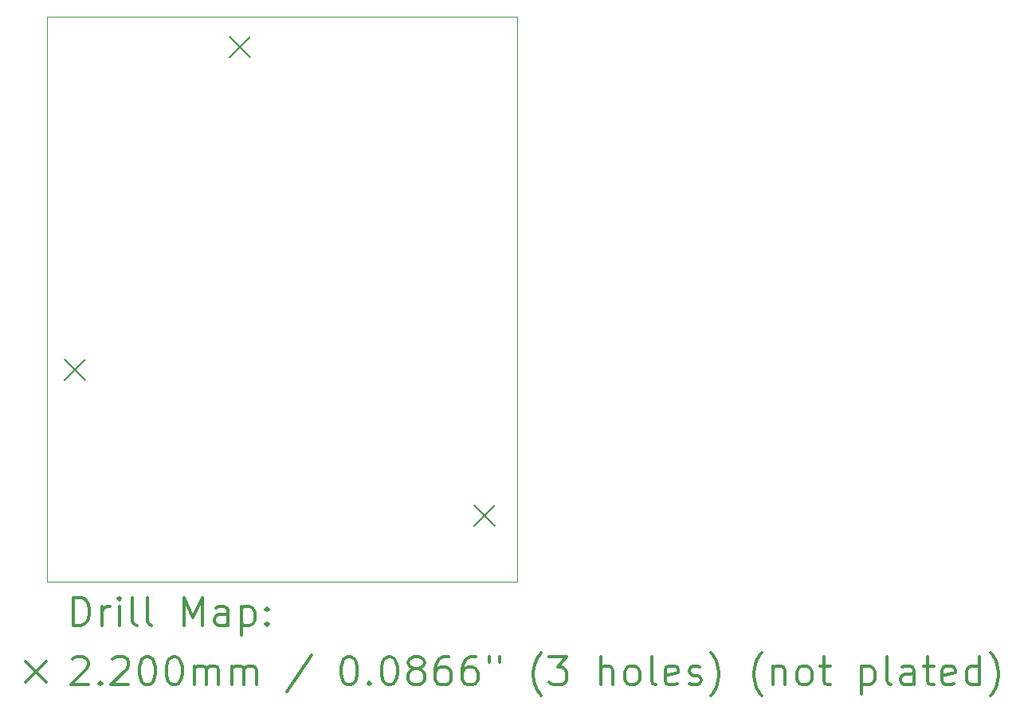
<source format=gbr>
%FSLAX45Y45*%
G04 Gerber Fmt 4.5, Leading zero omitted, Abs format (unit mm)*
G04 Created by KiCad (PCBNEW (5.1.10)-1) date 2022-03-14 11:31:30*
%MOMM*%
%LPD*%
G01*
G04 APERTURE LIST*
%TA.AperFunction,Profile*%
%ADD10C,0.050000*%
%TD*%
%ADD11C,0.200000*%
%ADD12C,0.300000*%
G04 APERTURE END LIST*
D10*
X5500000Y-11000000D02*
X10500000Y-11000000D01*
X5500000Y-9000000D02*
X5500000Y-11000000D01*
X10500000Y-9500000D02*
X10500000Y-11000000D01*
X5500000Y-5000000D02*
X5500000Y-9000000D01*
X10500000Y-5000000D02*
X10500000Y-9500000D01*
X5500000Y-5000000D02*
X10500000Y-5000000D01*
D11*
X5690000Y-8640000D02*
X5910000Y-8860000D01*
X5910000Y-8640000D02*
X5690000Y-8860000D01*
X7440000Y-5215000D02*
X7660000Y-5435000D01*
X7660000Y-5215000D02*
X7440000Y-5435000D01*
X10040000Y-10190000D02*
X10260000Y-10410000D01*
X10260000Y-10190000D02*
X10040000Y-10410000D01*
D12*
X5783928Y-11468214D02*
X5783928Y-11168214D01*
X5855357Y-11168214D01*
X5898214Y-11182500D01*
X5926786Y-11211071D01*
X5941071Y-11239643D01*
X5955357Y-11296786D01*
X5955357Y-11339643D01*
X5941071Y-11396786D01*
X5926786Y-11425357D01*
X5898214Y-11453929D01*
X5855357Y-11468214D01*
X5783928Y-11468214D01*
X6083928Y-11468214D02*
X6083928Y-11268214D01*
X6083928Y-11325357D02*
X6098214Y-11296786D01*
X6112500Y-11282500D01*
X6141071Y-11268214D01*
X6169643Y-11268214D01*
X6269643Y-11468214D02*
X6269643Y-11268214D01*
X6269643Y-11168214D02*
X6255357Y-11182500D01*
X6269643Y-11196786D01*
X6283928Y-11182500D01*
X6269643Y-11168214D01*
X6269643Y-11196786D01*
X6455357Y-11468214D02*
X6426786Y-11453929D01*
X6412500Y-11425357D01*
X6412500Y-11168214D01*
X6612500Y-11468214D02*
X6583928Y-11453929D01*
X6569643Y-11425357D01*
X6569643Y-11168214D01*
X6955357Y-11468214D02*
X6955357Y-11168214D01*
X7055357Y-11382500D01*
X7155357Y-11168214D01*
X7155357Y-11468214D01*
X7426786Y-11468214D02*
X7426786Y-11311071D01*
X7412500Y-11282500D01*
X7383928Y-11268214D01*
X7326786Y-11268214D01*
X7298214Y-11282500D01*
X7426786Y-11453929D02*
X7398214Y-11468214D01*
X7326786Y-11468214D01*
X7298214Y-11453929D01*
X7283928Y-11425357D01*
X7283928Y-11396786D01*
X7298214Y-11368214D01*
X7326786Y-11353929D01*
X7398214Y-11353929D01*
X7426786Y-11339643D01*
X7569643Y-11268214D02*
X7569643Y-11568214D01*
X7569643Y-11282500D02*
X7598214Y-11268214D01*
X7655357Y-11268214D01*
X7683928Y-11282500D01*
X7698214Y-11296786D01*
X7712500Y-11325357D01*
X7712500Y-11411071D01*
X7698214Y-11439643D01*
X7683928Y-11453929D01*
X7655357Y-11468214D01*
X7598214Y-11468214D01*
X7569643Y-11453929D01*
X7841071Y-11439643D02*
X7855357Y-11453929D01*
X7841071Y-11468214D01*
X7826786Y-11453929D01*
X7841071Y-11439643D01*
X7841071Y-11468214D01*
X7841071Y-11282500D02*
X7855357Y-11296786D01*
X7841071Y-11311071D01*
X7826786Y-11296786D01*
X7841071Y-11282500D01*
X7841071Y-11311071D01*
X5277500Y-11852500D02*
X5497500Y-12072500D01*
X5497500Y-11852500D02*
X5277500Y-12072500D01*
X5769643Y-11826786D02*
X5783928Y-11812500D01*
X5812500Y-11798214D01*
X5883928Y-11798214D01*
X5912500Y-11812500D01*
X5926786Y-11826786D01*
X5941071Y-11855357D01*
X5941071Y-11883929D01*
X5926786Y-11926786D01*
X5755357Y-12098214D01*
X5941071Y-12098214D01*
X6069643Y-12069643D02*
X6083928Y-12083929D01*
X6069643Y-12098214D01*
X6055357Y-12083929D01*
X6069643Y-12069643D01*
X6069643Y-12098214D01*
X6198214Y-11826786D02*
X6212500Y-11812500D01*
X6241071Y-11798214D01*
X6312500Y-11798214D01*
X6341071Y-11812500D01*
X6355357Y-11826786D01*
X6369643Y-11855357D01*
X6369643Y-11883929D01*
X6355357Y-11926786D01*
X6183928Y-12098214D01*
X6369643Y-12098214D01*
X6555357Y-11798214D02*
X6583928Y-11798214D01*
X6612500Y-11812500D01*
X6626786Y-11826786D01*
X6641071Y-11855357D01*
X6655357Y-11912500D01*
X6655357Y-11983929D01*
X6641071Y-12041071D01*
X6626786Y-12069643D01*
X6612500Y-12083929D01*
X6583928Y-12098214D01*
X6555357Y-12098214D01*
X6526786Y-12083929D01*
X6512500Y-12069643D01*
X6498214Y-12041071D01*
X6483928Y-11983929D01*
X6483928Y-11912500D01*
X6498214Y-11855357D01*
X6512500Y-11826786D01*
X6526786Y-11812500D01*
X6555357Y-11798214D01*
X6841071Y-11798214D02*
X6869643Y-11798214D01*
X6898214Y-11812500D01*
X6912500Y-11826786D01*
X6926786Y-11855357D01*
X6941071Y-11912500D01*
X6941071Y-11983929D01*
X6926786Y-12041071D01*
X6912500Y-12069643D01*
X6898214Y-12083929D01*
X6869643Y-12098214D01*
X6841071Y-12098214D01*
X6812500Y-12083929D01*
X6798214Y-12069643D01*
X6783928Y-12041071D01*
X6769643Y-11983929D01*
X6769643Y-11912500D01*
X6783928Y-11855357D01*
X6798214Y-11826786D01*
X6812500Y-11812500D01*
X6841071Y-11798214D01*
X7069643Y-12098214D02*
X7069643Y-11898214D01*
X7069643Y-11926786D02*
X7083928Y-11912500D01*
X7112500Y-11898214D01*
X7155357Y-11898214D01*
X7183928Y-11912500D01*
X7198214Y-11941071D01*
X7198214Y-12098214D01*
X7198214Y-11941071D02*
X7212500Y-11912500D01*
X7241071Y-11898214D01*
X7283928Y-11898214D01*
X7312500Y-11912500D01*
X7326786Y-11941071D01*
X7326786Y-12098214D01*
X7469643Y-12098214D02*
X7469643Y-11898214D01*
X7469643Y-11926786D02*
X7483928Y-11912500D01*
X7512500Y-11898214D01*
X7555357Y-11898214D01*
X7583928Y-11912500D01*
X7598214Y-11941071D01*
X7598214Y-12098214D01*
X7598214Y-11941071D02*
X7612500Y-11912500D01*
X7641071Y-11898214D01*
X7683928Y-11898214D01*
X7712500Y-11912500D01*
X7726786Y-11941071D01*
X7726786Y-12098214D01*
X8312500Y-11783929D02*
X8055357Y-12169643D01*
X8698214Y-11798214D02*
X8726786Y-11798214D01*
X8755357Y-11812500D01*
X8769643Y-11826786D01*
X8783928Y-11855357D01*
X8798214Y-11912500D01*
X8798214Y-11983929D01*
X8783928Y-12041071D01*
X8769643Y-12069643D01*
X8755357Y-12083929D01*
X8726786Y-12098214D01*
X8698214Y-12098214D01*
X8669643Y-12083929D01*
X8655357Y-12069643D01*
X8641071Y-12041071D01*
X8626786Y-11983929D01*
X8626786Y-11912500D01*
X8641071Y-11855357D01*
X8655357Y-11826786D01*
X8669643Y-11812500D01*
X8698214Y-11798214D01*
X8926786Y-12069643D02*
X8941071Y-12083929D01*
X8926786Y-12098214D01*
X8912500Y-12083929D01*
X8926786Y-12069643D01*
X8926786Y-12098214D01*
X9126786Y-11798214D02*
X9155357Y-11798214D01*
X9183928Y-11812500D01*
X9198214Y-11826786D01*
X9212500Y-11855357D01*
X9226786Y-11912500D01*
X9226786Y-11983929D01*
X9212500Y-12041071D01*
X9198214Y-12069643D01*
X9183928Y-12083929D01*
X9155357Y-12098214D01*
X9126786Y-12098214D01*
X9098214Y-12083929D01*
X9083928Y-12069643D01*
X9069643Y-12041071D01*
X9055357Y-11983929D01*
X9055357Y-11912500D01*
X9069643Y-11855357D01*
X9083928Y-11826786D01*
X9098214Y-11812500D01*
X9126786Y-11798214D01*
X9398214Y-11926786D02*
X9369643Y-11912500D01*
X9355357Y-11898214D01*
X9341071Y-11869643D01*
X9341071Y-11855357D01*
X9355357Y-11826786D01*
X9369643Y-11812500D01*
X9398214Y-11798214D01*
X9455357Y-11798214D01*
X9483928Y-11812500D01*
X9498214Y-11826786D01*
X9512500Y-11855357D01*
X9512500Y-11869643D01*
X9498214Y-11898214D01*
X9483928Y-11912500D01*
X9455357Y-11926786D01*
X9398214Y-11926786D01*
X9369643Y-11941071D01*
X9355357Y-11955357D01*
X9341071Y-11983929D01*
X9341071Y-12041071D01*
X9355357Y-12069643D01*
X9369643Y-12083929D01*
X9398214Y-12098214D01*
X9455357Y-12098214D01*
X9483928Y-12083929D01*
X9498214Y-12069643D01*
X9512500Y-12041071D01*
X9512500Y-11983929D01*
X9498214Y-11955357D01*
X9483928Y-11941071D01*
X9455357Y-11926786D01*
X9769643Y-11798214D02*
X9712500Y-11798214D01*
X9683928Y-11812500D01*
X9669643Y-11826786D01*
X9641071Y-11869643D01*
X9626786Y-11926786D01*
X9626786Y-12041071D01*
X9641071Y-12069643D01*
X9655357Y-12083929D01*
X9683928Y-12098214D01*
X9741071Y-12098214D01*
X9769643Y-12083929D01*
X9783928Y-12069643D01*
X9798214Y-12041071D01*
X9798214Y-11969643D01*
X9783928Y-11941071D01*
X9769643Y-11926786D01*
X9741071Y-11912500D01*
X9683928Y-11912500D01*
X9655357Y-11926786D01*
X9641071Y-11941071D01*
X9626786Y-11969643D01*
X10055357Y-11798214D02*
X9998214Y-11798214D01*
X9969643Y-11812500D01*
X9955357Y-11826786D01*
X9926786Y-11869643D01*
X9912500Y-11926786D01*
X9912500Y-12041071D01*
X9926786Y-12069643D01*
X9941071Y-12083929D01*
X9969643Y-12098214D01*
X10026786Y-12098214D01*
X10055357Y-12083929D01*
X10069643Y-12069643D01*
X10083928Y-12041071D01*
X10083928Y-11969643D01*
X10069643Y-11941071D01*
X10055357Y-11926786D01*
X10026786Y-11912500D01*
X9969643Y-11912500D01*
X9941071Y-11926786D01*
X9926786Y-11941071D01*
X9912500Y-11969643D01*
X10198214Y-11798214D02*
X10198214Y-11855357D01*
X10312500Y-11798214D02*
X10312500Y-11855357D01*
X10755357Y-12212500D02*
X10741071Y-12198214D01*
X10712500Y-12155357D01*
X10698214Y-12126786D01*
X10683928Y-12083929D01*
X10669643Y-12012500D01*
X10669643Y-11955357D01*
X10683928Y-11883929D01*
X10698214Y-11841071D01*
X10712500Y-11812500D01*
X10741071Y-11769643D01*
X10755357Y-11755357D01*
X10841071Y-11798214D02*
X11026786Y-11798214D01*
X10926786Y-11912500D01*
X10969643Y-11912500D01*
X10998214Y-11926786D01*
X11012500Y-11941071D01*
X11026786Y-11969643D01*
X11026786Y-12041071D01*
X11012500Y-12069643D01*
X10998214Y-12083929D01*
X10969643Y-12098214D01*
X10883928Y-12098214D01*
X10855357Y-12083929D01*
X10841071Y-12069643D01*
X11383928Y-12098214D02*
X11383928Y-11798214D01*
X11512500Y-12098214D02*
X11512500Y-11941071D01*
X11498214Y-11912500D01*
X11469643Y-11898214D01*
X11426786Y-11898214D01*
X11398214Y-11912500D01*
X11383928Y-11926786D01*
X11698214Y-12098214D02*
X11669643Y-12083929D01*
X11655357Y-12069643D01*
X11641071Y-12041071D01*
X11641071Y-11955357D01*
X11655357Y-11926786D01*
X11669643Y-11912500D01*
X11698214Y-11898214D01*
X11741071Y-11898214D01*
X11769643Y-11912500D01*
X11783928Y-11926786D01*
X11798214Y-11955357D01*
X11798214Y-12041071D01*
X11783928Y-12069643D01*
X11769643Y-12083929D01*
X11741071Y-12098214D01*
X11698214Y-12098214D01*
X11969643Y-12098214D02*
X11941071Y-12083929D01*
X11926786Y-12055357D01*
X11926786Y-11798214D01*
X12198214Y-12083929D02*
X12169643Y-12098214D01*
X12112500Y-12098214D01*
X12083928Y-12083929D01*
X12069643Y-12055357D01*
X12069643Y-11941071D01*
X12083928Y-11912500D01*
X12112500Y-11898214D01*
X12169643Y-11898214D01*
X12198214Y-11912500D01*
X12212500Y-11941071D01*
X12212500Y-11969643D01*
X12069643Y-11998214D01*
X12326786Y-12083929D02*
X12355357Y-12098214D01*
X12412500Y-12098214D01*
X12441071Y-12083929D01*
X12455357Y-12055357D01*
X12455357Y-12041071D01*
X12441071Y-12012500D01*
X12412500Y-11998214D01*
X12369643Y-11998214D01*
X12341071Y-11983929D01*
X12326786Y-11955357D01*
X12326786Y-11941071D01*
X12341071Y-11912500D01*
X12369643Y-11898214D01*
X12412500Y-11898214D01*
X12441071Y-11912500D01*
X12555357Y-12212500D02*
X12569643Y-12198214D01*
X12598214Y-12155357D01*
X12612500Y-12126786D01*
X12626786Y-12083929D01*
X12641071Y-12012500D01*
X12641071Y-11955357D01*
X12626786Y-11883929D01*
X12612500Y-11841071D01*
X12598214Y-11812500D01*
X12569643Y-11769643D01*
X12555357Y-11755357D01*
X13098214Y-12212500D02*
X13083928Y-12198214D01*
X13055357Y-12155357D01*
X13041071Y-12126786D01*
X13026786Y-12083929D01*
X13012500Y-12012500D01*
X13012500Y-11955357D01*
X13026786Y-11883929D01*
X13041071Y-11841071D01*
X13055357Y-11812500D01*
X13083928Y-11769643D01*
X13098214Y-11755357D01*
X13212500Y-11898214D02*
X13212500Y-12098214D01*
X13212500Y-11926786D02*
X13226786Y-11912500D01*
X13255357Y-11898214D01*
X13298214Y-11898214D01*
X13326786Y-11912500D01*
X13341071Y-11941071D01*
X13341071Y-12098214D01*
X13526786Y-12098214D02*
X13498214Y-12083929D01*
X13483928Y-12069643D01*
X13469643Y-12041071D01*
X13469643Y-11955357D01*
X13483928Y-11926786D01*
X13498214Y-11912500D01*
X13526786Y-11898214D01*
X13569643Y-11898214D01*
X13598214Y-11912500D01*
X13612500Y-11926786D01*
X13626786Y-11955357D01*
X13626786Y-12041071D01*
X13612500Y-12069643D01*
X13598214Y-12083929D01*
X13569643Y-12098214D01*
X13526786Y-12098214D01*
X13712500Y-11898214D02*
X13826786Y-11898214D01*
X13755357Y-11798214D02*
X13755357Y-12055357D01*
X13769643Y-12083929D01*
X13798214Y-12098214D01*
X13826786Y-12098214D01*
X14155357Y-11898214D02*
X14155357Y-12198214D01*
X14155357Y-11912500D02*
X14183928Y-11898214D01*
X14241071Y-11898214D01*
X14269643Y-11912500D01*
X14283928Y-11926786D01*
X14298214Y-11955357D01*
X14298214Y-12041071D01*
X14283928Y-12069643D01*
X14269643Y-12083929D01*
X14241071Y-12098214D01*
X14183928Y-12098214D01*
X14155357Y-12083929D01*
X14469643Y-12098214D02*
X14441071Y-12083929D01*
X14426786Y-12055357D01*
X14426786Y-11798214D01*
X14712500Y-12098214D02*
X14712500Y-11941071D01*
X14698214Y-11912500D01*
X14669643Y-11898214D01*
X14612500Y-11898214D01*
X14583928Y-11912500D01*
X14712500Y-12083929D02*
X14683928Y-12098214D01*
X14612500Y-12098214D01*
X14583928Y-12083929D01*
X14569643Y-12055357D01*
X14569643Y-12026786D01*
X14583928Y-11998214D01*
X14612500Y-11983929D01*
X14683928Y-11983929D01*
X14712500Y-11969643D01*
X14812500Y-11898214D02*
X14926786Y-11898214D01*
X14855357Y-11798214D02*
X14855357Y-12055357D01*
X14869643Y-12083929D01*
X14898214Y-12098214D01*
X14926786Y-12098214D01*
X15141071Y-12083929D02*
X15112500Y-12098214D01*
X15055357Y-12098214D01*
X15026786Y-12083929D01*
X15012500Y-12055357D01*
X15012500Y-11941071D01*
X15026786Y-11912500D01*
X15055357Y-11898214D01*
X15112500Y-11898214D01*
X15141071Y-11912500D01*
X15155357Y-11941071D01*
X15155357Y-11969643D01*
X15012500Y-11998214D01*
X15412500Y-12098214D02*
X15412500Y-11798214D01*
X15412500Y-12083929D02*
X15383928Y-12098214D01*
X15326786Y-12098214D01*
X15298214Y-12083929D01*
X15283928Y-12069643D01*
X15269643Y-12041071D01*
X15269643Y-11955357D01*
X15283928Y-11926786D01*
X15298214Y-11912500D01*
X15326786Y-11898214D01*
X15383928Y-11898214D01*
X15412500Y-11912500D01*
X15526786Y-12212500D02*
X15541071Y-12198214D01*
X15569643Y-12155357D01*
X15583928Y-12126786D01*
X15598214Y-12083929D01*
X15612500Y-12012500D01*
X15612500Y-11955357D01*
X15598214Y-11883929D01*
X15583928Y-11841071D01*
X15569643Y-11812500D01*
X15541071Y-11769643D01*
X15526786Y-11755357D01*
M02*

</source>
